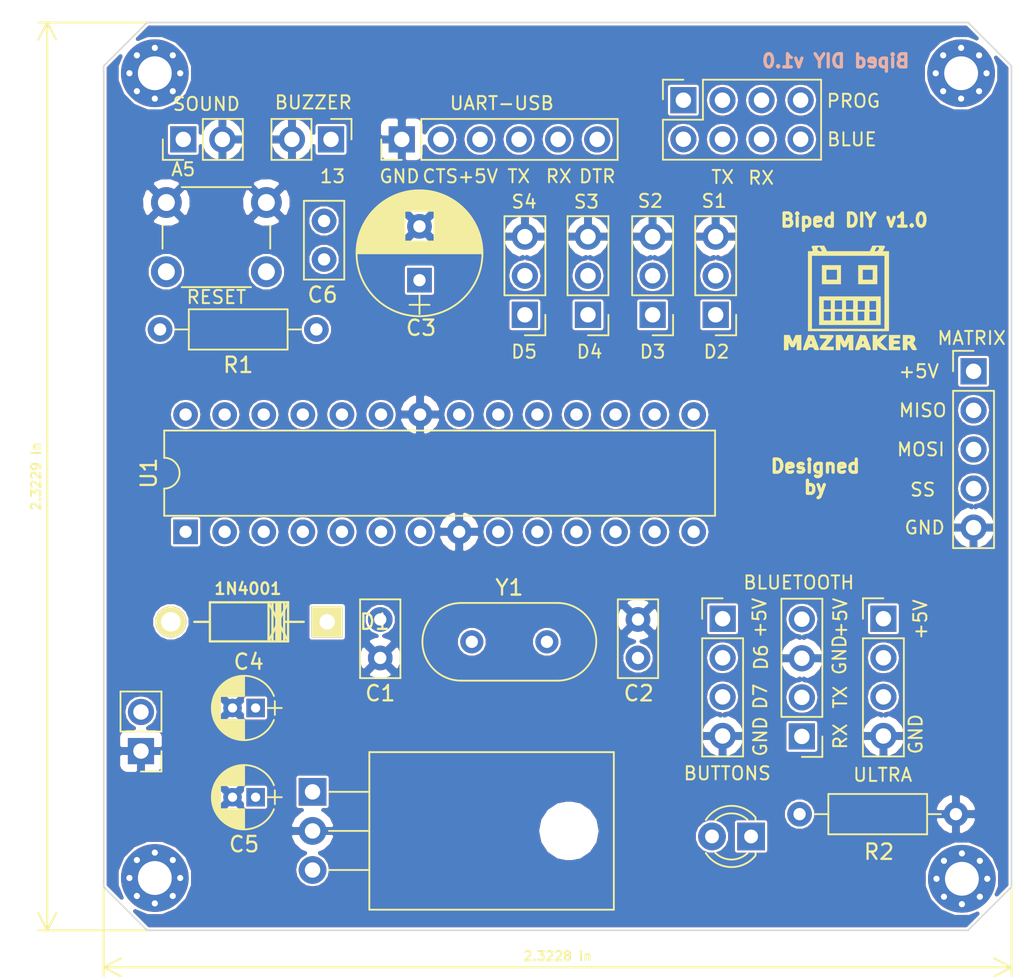
<source format=kicad_pcb>
(kicad_pcb (version 20171130) (host pcbnew 5.1.0-rc1-unknown-5072298~66~ubuntu16.04.1)
  (layers (0 F.Cu signal) (31 B.Cu signal) (34 B.Paste user) (35 F.Paste user) (36 B.SilkS user) (37 F.SilkS user) (38 B.Mask user) (39 F.Mask user) (44 Edge.Cuts user))
  (net 0 "")
  (net 1 /XTAL1)
  (net 2 GND)
  (net 3 /XTAL2)
  (net 4 /RESET)
  (net 5 /D9)
  (net 6 /D10/SS)
  (net 7 /D11/MOSI)
  (net 8 /D2)
  (net 9 /D12/MISO)
  (net 10 /D3)
  (net 11 /D13/SCK)
  (net 12 /D4)
  (net 13 +5V)
  (net 14 "Net-(U1-Pad21)")
  (net 15 /A0)
  (net 16 /A1)
  (net 17 /D5)
  (net 18 /A2)
  (net 19 /D6)
  (net 20 /A3)
  (net 21 /D7)
  (net 22 /A4)
  (net 23 /D8)
  (net 24 /A5)
  (net 25 "Net-(C4-Pad1)")
  (net 26 "Net-(D1-Pad2)")
  (net 27 "Net-(D2-Pad1)")
  (net 28 /DTR)
  (net 29 /CTS)
  (net 30 /RX-BLUE)
  (net 31 /TX-BLUE)
  (net 32 /RX-UART)
  (net 33 /TX)
  (net 34 /RX)
  (net 35 /TX-UART)
  (module OSHwi:greynaga6-2 (layer F.Cu) (at 180.975 86.995)
    (fp_text reference GBSilk*** hide)
    (fp_text value LOGO hide)
  )
  (module OSHwi:greynaga6-2-cooper (layer F.Cu) (at 180.975 86.995)
    (fp_text reference GS*** hide)
    (fp_text value v hide)
    (fp_poly (pts (xy -0.69325 -0.237887) (xy -0.678291 -0.237691) (xy -0.66664 -0.237282) (xy -0.657538 -0.236627) (xy -0.650225 -0.235693) (xy -0.64394 -0.234449) (xy -0.637923 -0.232859) (xy -0.634635 -0.231882) (xy -0.615263 -0.22408) (xy -0.600966 -0.213639) (xy -0.59135 -0.199927) (xy -0.586023 -0.18231) (xy -0.584591 -0.160153) (xy -0.584904 -0.151778) (xy -0.586199 -0.13733) (xy -0.588509 -0.12693) (xy -0.592441 -0.118285) (xy -0.594707 -0.114647) (xy -0.607869 -0.100444) (xy -0.626089 -0.089721) (xy -0.648974 -0.082707) (xy -0.650875 -0.082335) (xy -0.661479 -0.080264) (xy -0.669231 -0.078614) (xy -0.672399 -0.07776) (xy -0.671249 -0.074838) (xy -0.667473 -0.066881) (xy -0.661377 -0.054486) (xy -0.653269 -0.038249) (xy -0.643454 -0.018768) (xy -0.63224 0.00336) (xy -0.619933 0.027539) (xy -0.60684 0.053171) (xy -0.593268 0.079659) (xy -0.579523 0.106407) (xy -0.565912 0.132818) (xy -0.552742 0.158294) (xy -0.540319 0.182239) (xy -0.528951 0.204056) (xy -0.518943 0.223148) (xy -0.510604 0.238918) (xy -0.504238 0.250768) (xy -0.500153 0.258103) (xy -0.498679 0.26035) (xy -0.496798 0.25763) (xy -0.492187 0.249795) (xy -0.485113 0.237325) (xy -0.475841 0.220703) (xy -0.464639 0.200411) (xy -0.451772 0.176931) (xy -0.437506 0.150747) (xy -0.422108 0.122339) (xy -0.405844 0.092191) (xy -0.405354 0.091281) (xy -0.314371 -0.077788) (xy -0.332491 -0.08014) (xy -0.358579 -0.085731) (xy -0.379576 -0.095037) (xy -0.395432 -0.108002) (xy -0.406098 -0.124572) (xy -0.411524 -0.144689) (xy -0.41166 -0.1683) (xy -0.411596 -0.168929) (xy -0.408557 -0.186228) (xy -0.40288 -0.199769) (xy -0.393456 -0.211955) (xy -0.390298 -0.215157) (xy -0.384691 -0.220382) (xy -0.379135 -0.22467) (xy -0.372953 -0.228119) (xy -0.365468 -0.230831) (xy -0.356001 -0.232906) (xy -0.343874 -0.234444) (xy -0.328412 -0.235545) (xy -0.308935 -0.236311) (xy -0.284765 -0.23684) (xy -0.255227 -0.237234) (xy -0.240113 -0.237392) (xy -0.21045 -0.237672) (xy -0.186384 -0.237834) (xy -0.167164 -0.237846) (xy -0.152035 -0.237677) (xy -0.140247 -0.237297) (xy -0.131048 -0.236672) (xy -0.123684 -0.235774) (xy -0.117403 -0.234569) (xy -0.111454 -0.233027) (xy -0.107577 -0.23188) (xy -0.087593 -0.223579) (xy -0.072998 -0.212296) (xy -0.063402 -0.197681) (xy -0.06049 -0.189501) (xy -0.057849 -0.17361) (xy -0.057623 -0.155516) (xy -0.059639 -0.137721) (xy -0.063724 -0.12273) (xy -0.065373 -0.119063) (xy -0.075174 -0.106022) (xy -0.089612 -0.094665) (xy -0.106996 -0.086122) (xy -0.120123 -0.082401) (xy -0.138306 -0.078824) (xy -0.316803 0.260292) (xy -0.339526 0.303472) (xy -0.361409 0.345083) (xy -0.382275 0.384779) (xy -0.401941 0.422217) (xy -0.420228 0.457053) (xy -0.436955 0.488941) (xy -0.451942 0.517539) (xy -0.465008 0.542502) (xy -0.475973 0.563486) (xy -0.484657 0.580145) (xy -0.490879 0.592137) (xy -0.494458 0.599117) (xy -0.4953 0.600858) (xy -0.492386 0.601767) (xy -0.484656 0.602876) (xy -0.473634 0.603978) (xy -0.470694 0.604216) (xy -0.44538 0.607588) (xy -0.425401 0.613522) (xy -0.41017 0.622294) (xy -0.399097 0.634182) (xy -0.395922 0.639453) (xy -0.392339 0.647473) (xy -0.390203 0.656276) (xy -0.389188 0.667818) (xy -0.388961 0.681037) (xy -0.389162 0.695451) (xy -0.390064 0.70554) (xy -0.392069 0.71332) (xy -0.395582 0.720809) (xy -0.397641 0.724417) (xy -0.407008 0.737082) (xy -0.418946 0.746565) (xy -0.434978 0.753927) (xy -0.444283 0.756934) (xy -0.448437 0.757968) (xy -0.453651 0.758853) (xy -0.460409 0.759599) (xy -0.469197 0.760217) (xy -0.480499 0.760719) (xy -0.494801 0.761114) (xy -0.512589 0.761414) (xy -0.534346 0.761629) (xy -0.560558 0.76177) (xy -0.59171 0.761848) (xy -0.628288 0.761873) (xy -0.666533 0.76186) (xy -0.709158 0.76181) (xy -0.745879 0.761714) (xy -0.777139 0.761563) (xy -0.803384 0.761349) (xy -0.825059 0.761061) (xy -0.842608 0.76069) (xy -0.856477 0.760227) (xy -0.867111 0.759662) (xy -0.874954 0.758987) (xy -0.880452 0.75819) (xy -0.884049 0.757264) (xy -0.884054 0.757262) (xy -0.899387 0.750138) (xy -0.911383 0.74022) (xy -0.922125 0.725776) (xy -0.922338 0.725435) (xy -0.927404 0.716379) (xy -0.930457 0.707817) (xy -0.932106 0.697391) (xy -0.93289 0.684466) (xy -0.93316 0.670583) (xy -0.932391 0.660777) (xy -0.930214 0.652813) (xy -0.926296 0.644525) (xy -0.918956 0.633894) (xy -0.909612 0.624233) (xy -0.906219 0.621585) (xy -0.898427 0.616644) (xy -0.890239 0.612661) (xy -0.880892 0.609537) (xy -0.86962 0.607172) (xy -0.855659 0.605466) (xy -0.838244 0.604321) (xy -0.816611 0.603637) (xy -0.789994 0.603314) (xy -0.765147 0.60325) (xy -0.674378 0.60325) (xy -0.63167 0.523265) (xy -0.620721 0.502659) (xy -0.610854 0.483898) (xy -0.60244 0.467703) (xy -0.59585 0.454793) (xy -0.591454 0.445889) (xy -0.589623 0.441713) (xy -0.589598 0.441509) (xy -0.591112 0.43849) (xy -0.595331 0.430224) (xy -0.602049 0.417111) (xy -0.611062 0.399548) (xy -0.622165 0.377933) (xy -0.635153 0.352665) (xy -0.649822 0.324141) (xy -0.665967 0.29276) (xy -0.683383 0.258921) (xy -0.701865 0.223021) (xy -0.72121 0.185459) (xy -0.72352 0.180975) (xy -0.856807 -0.077788) (xy -0.870523 -0.08142) (xy -0.893313 -0.089255) (xy -0.910496 -0.099507) (xy -0.922541 -0.112756) (xy -0.929919 -0.12958) (xy -0.933101 -0.150559) (xy -0.933311 -0.15875) (xy -0.931657 -0.180707) (xy -0.926294 -0.198115) (xy -0.916623 -0.211961) (xy -0.902046 -0.223233) (xy -0.890548 -0.229239) (xy -0.886107 -0.231197) (xy -0.881683 -0.232777) (xy -0.876557 -0.234028) (xy -0.870009 -0.234997) (xy -0.86132 -0.235732) (xy -0.849769 -0.236281) (xy -0.834637 -0.236691) (xy -0.815204 -0.237011) (xy -0.79075 -0.237288) (xy -0.765583 -0.237524) (xy -0.736136 -0.23777) (xy -0.712278 -0.237903) (xy -0.69325 -0.237887)) (layer F.Cu) (width 0.01))
    (fp_poly (pts (xy 2.298534 -0.25834) (xy 2.315568 -0.258055) (xy 2.328899 -0.257446) (xy 2.33985 -0.256395) (xy 2.349745 -0.254781) (xy 2.359907 -0.252486) (xy 2.369203 -0.250056) (xy 2.403796 -0.238621) (xy 2.437402 -0.223561) (xy 2.467646 -0.205971) (xy 2.473325 -0.202075) (xy 2.493962 -0.187471) (xy 2.495806 -0.238125) (xy 2.601884 -0.238125) (xy 2.631271 -0.238021) (xy 2.657886 -0.237718) (xy 2.681039 -0.237238) (xy 2.700037 -0.236599) (xy 2.714189 -0.23582) (xy 2.722803 -0.234921) (xy 2.723681 -0.234754) (xy 2.745043 -0.227352) (xy 2.762234 -0.215493) (xy 2.774811 -0.199705) (xy 2.782334 -0.180517) (xy 2.784426 -0.161925) (xy 2.782846 -0.14114) (xy 2.777738 -0.124407) (xy 2.768598 -0.110196) (xy 2.766774 -0.108105) (xy 2.753977 -0.096772) (xy 2.738485 -0.088636) (xy 2.71925 -0.083317) (xy 2.695225 -0.08043) (xy 2.690143 -0.080131) (xy 2.657475 -0.078464) (xy 2.657472 0.198099) (xy 2.65745 0.251492) (xy 2.657375 0.298947) (xy 2.657234 0.340873) (xy 2.65701 0.377681) (xy 2.65669 0.409784) (xy 2.656259 0.437591) (xy 2.655702 0.461513) (xy 2.655004 0.481962) (xy 2.654151 0.499348) (xy 2.653128 0.514082) (xy 2.651921 0.526575) (xy 2.650514 0.537238) (xy 2.648893 0.546482) (xy 2.647044 0.554717) (xy 2.644952 0.562355) (xy 2.644403 0.564174) (xy 2.629544 0.602047) (xy 2.609301 0.636917) (xy 2.584068 0.668414) (xy 2.55424 0.69617) (xy 2.520211 0.719814) (xy 2.482375 0.738978) (xy 2.443162 0.752725) (xy 2.436709 0.754473) (xy 2.430475 0.755916) (xy 2.423785 0.757089) (xy 2.415963 0.758026) (xy 2.406333 0.758759) (xy 2.394222 0.759324) (xy 2.378953 0.759753) (xy 2.359852 0.76008) (xy 2.336242 0.760339) (xy 2.307451 0.760564) (xy 2.282825 0.760725) (xy 2.253366 0.760841) (xy 2.225627 0.760817) (xy 2.200323 0.760662) (xy 2.178173 0.760387) (xy 2.159892 0.760002) (xy 2.146198 0.759517) (xy 2.137808 0.758942) (xy 2.135931 0.758652) (xy 2.1138 0.750639) (xy 2.096359 0.738692) (xy 2.083873 0.723059) (xy 2.076606 0.703986) (xy 2.076411 0.703074) (xy 2.074017 0.680178) (xy 2.07635 0.65889) (xy 2.083143 0.640308) (xy 2.094134 0.625533) (xy 2.095312 0.624434) (xy 2.101581 0.619288) (xy 2.108372 0.615037) (xy 2.116334 0.611596) (xy 2.126111 0.608884) (xy 2.138351 0.606816) (xy 2.153698 0.60531) (xy 2.1728 0.604281) (xy 2.196303 0.603646) (xy 2.224852 0.603322) (xy 2.259094 0.603226) (xy 2.259639 0.603226) (xy 2.293581 0.60314) (xy 2.321897 0.602854) (xy 2.345308 0.602301) (xy 2.364535 0.601413) (xy 2.3803 0.600124) (xy 2.393324 0.598367) (xy 2.404331 0.596074) (xy 2.41404 0.593178) (xy 2.423174 0.589611) (xy 2.427679 0.587589) (xy 2.450436 0.574346) (xy 2.468276 0.557734) (xy 2.482129 0.53686) (xy 2.483613 0.533936) (xy 2.493962 0.51293) (xy 2.496062 0.39629) (xy 2.476351 0.409675) (xy 2.45242 0.424131) (xy 2.424696 0.437949) (xy 2.395717 0.449972) (xy 2.368438 0.458924) (xy 2.336962 0.46546) (xy 2.301649 0.469053) (xy 2.264274 0.469732) (xy 2.226612 0.467527) (xy 2.190438 0.462466) (xy 2.160587 0.455485) (xy 2.11806 0.440021) (xy 2.077996 0.419181) (xy 2.040916 0.393493) (xy 2.00734 0.363488) (xy 1.977786 0.329695) (xy 1.952775 0.292643) (xy 1.932827 0.252861) (xy 1.91846 0.21088) (xy 1.917725 0.20806) (xy 1.90826 0.159106) (xy 1.904761 0.110127) (xy 1.905027 0.104775) (xy 2.065954 0.104775) (xy 2.068858 0.140612) (xy 2.077508 0.173789) (xy 2.091978 0.204503) (xy 2.112346 0.232953) (xy 2.116739 0.237954) (xy 2.14423 0.263816) (xy 2.174718 0.284214) (xy 2.207705 0.298986) (xy 2.242695 0.307971) (xy 2.279192 0.311008) (xy 2.3167 0.307936) (xy 2.326615 0.306105) (xy 2.36061 0.296076) (xy 2.392188 0.280813) (xy 2.420722 0.260909) (xy 2.445585 0.236957) (xy 2.46615 0.209549) (xy 2.48179 0.179279) (xy 2.491015 0.150607) (xy 2.494695 0.125339) (xy 2.494994 0.097443) (xy 2.492054 0.069575) (xy 2.486018 0.044388) (xy 2.485168 0.041888) (xy 2.470719 0.010068) (xy 2.451201 -0.018668) (xy 2.42733 -0.043864) (xy 2.399818 -0.065063) (xy 2.369378 -0.081808) (xy 2.336726 -0.093642) (xy 2.302573 -0.100108) (xy 2.267634 -0.10075) (xy 2.262968 -0.100372) (xy 2.242854 -0.097969) (xy 2.225709 -0.094464) (xy 2.2091 -0.089167) (xy 2.190595 -0.081384) (xy 2.181909 -0.077321) (xy 2.166722 -0.069591) (xy 2.154358 -0.061898) (xy 2.14269 -0.052708) (xy 2.129592 -0.040489) (xy 2.126248 -0.037183) (xy 2.10297 -0.010829) (xy 2.085675 0.016252) (xy 2.073996 0.044923) (xy 2.067566 0.076046) (xy 2.065954 0.104775) (xy 1.905027 0.104775) (xy 1.907175 0.061724) (xy 1.915448 0.014499) (xy 1.929527 -0.030949) (xy 1.941517 -0.058738) (xy 1.954606 -0.083855) (xy 1.968412 -0.105838) (xy 1.984209 -0.12639) (xy 2.003274 -0.147216) (xy 2.019984 -0.163567) (xy 2.055129 -0.193004) (xy 2.092676 -0.216936) (xy 2.133342 -0.235743) (xy 2.177844 -0.249808) (xy 2.185798 -0.251744) (xy 2.197382 -0.254219) (xy 2.208675 -0.256017) (xy 2.221017 -0.257238) (xy 2.235749 -0.257979) (xy 2.254212 -0.25834) (xy 2.276475 -0.258421) (xy 2.298534 -0.25834)) (layer F.Cu) (width 0.01))
    (fp_poly (pts (xy -1.408884 -0.257616) (xy -1.361811 -0.251717) (xy -1.316582 -0.241517) (xy -1.274176 -0.227096) (xy -1.235576 -0.208538) (xy -1.231663 -0.206282) (xy -1.193234 -0.180751) (xy -1.158048 -0.151405) (xy -1.126801 -0.119003) (xy -1.100187 -0.084301) (xy -1.078901 -0.048055) (xy -1.071275 -0.031514) (xy -1.059737 -0.0002) (xy -1.051198 0.032397) (xy -1.045448 0.067499) (xy -1.042278 0.106327) (xy -1.041456 0.142081) (xy -1.0414 0.180975) (xy -1.360828 0.180975) (xy -1.412944 0.180979) (xy -1.459072 0.180996) (xy -1.499572 0.181032) (xy -1.534805 0.181093) (xy -1.565133 0.181186) (xy -1.590917 0.181317) (xy -1.612518 0.181492) (xy -1.630298 0.181718) (xy -1.644616 0.182001) (xy -1.655836 0.182347) (xy -1.664317 0.182763) (xy -1.670421 0.183255) (xy -1.674509 0.183829) (xy -1.676942 0.184491) (xy -1.678082 0.185249) (xy -1.678289 0.186107) (xy -1.678174 0.186531) (xy -1.671496 0.200203) (xy -1.661311 0.216052) (xy -1.648966 0.232159) (xy -1.636229 0.246189) (xy -1.610802 0.267167) (xy -1.580554 0.284372) (xy -1.545825 0.297727) (xy -1.506959 0.307153) (xy -1.464296 0.312574) (xy -1.418179 0.313913) (xy -1.36895 0.311091) (xy -1.355706 0.309669) (xy -1.334965 0.30702) (xy -1.314825 0.303943) (xy -1.294033 0.300189) (xy -1.271337 0.295512) (xy -1.245483 0.289662) (xy -1.215219 0.28239) (xy -1.203325 0.279456) (xy -1.1737 0.272452) (xy -1.149278 0.26756) (xy -1.129268 0.264795) (xy -1.112882 0.264171) (xy -1.099328 0.265705) (xy -1.087817 0.269409) (xy -1.077558 0.2753) (xy -1.069331 0.281947) (xy -1.055379 0.297442) (xy -1.046986 0.314322) (xy -1.043442 0.334167) (xy -1.043226 0.340242) (xy -1.043464 0.352597) (xy -1.044994 0.361271) (xy -1.048528 0.368904) (xy -1.052647 0.375143) (xy -1.063306 0.387692) (xy -1.077153 0.399173) (xy -1.094791 0.409897) (xy -1.116823 0.420176) (xy -1.143853 0.43032) (xy -1.176484 0.44064) (xy -1.183825 0.442778) (xy -1.223396 0.452649) (xy -1.267301 0.460885) (xy -1.313665 0.467163) (xy -1.340817 0.469769) (xy -1.356393 0.47074) (xy -1.375934 0.471511) (xy -1.398094 0.472072) (xy -1.421527 0.472415) (xy -1.444888 0.472531) (xy -1.466831 0.47241) (xy -1.486011 0.472045) (xy -1.50108 0.471425) (xy -1.508125 0.470873) (xy -1.516117 0.469732) (xy -1.528291 0.46766) (xy -1.542611 0.465013) (xy -1.550106 0.463552) (xy -1.599358 0.451004) (xy -1.644675 0.433627) (xy -1.686502 0.411187) (xy -1.725285 0.38345) (xy -1.756018 0.355708) (xy -1.786311 0.321967) (xy -1.810718 0.286688) (xy -1.829543 0.249217) (xy -1.843087 0.208903) (xy -1.851654 0.165092) (xy -1.853931 0.144462) (xy -1.855328 0.095106) (xy -1.850816 0.047855) (xy -1.848571 0.0381) (xy -1.676119 0.0381) (xy -1.221687 0.0381) (xy -1.223806 0.029368) (xy -1.228653 0.01689) (xy -1.237265 0.001973) (xy -1.24855 -0.013736) (xy -1.261411 -0.028588) (xy -1.264208 -0.031443) (xy -1.282702 -0.047225) (xy -1.305178 -0.062278) (xy -1.329307 -0.075174) (xy -1.348035 -0.082905) (xy -1.383927 -0.092574) (xy -1.422591 -0.097717) (xy -1.462392 -0.098351) (xy -1.501697 -0.094495) (xy -1.538871 -0.086165) (xy -1.555138 -0.080711) (xy -1.584353 -0.067265) (xy -1.611047 -0.050178) (xy -1.634358 -0.030234) (xy -1.653424 -0.00822) (xy -1.667383 0.015079) (xy -1.671691 0.02555) (xy -1.676119 0.0381) (xy -1.848571 0.0381) (xy -1.840468 0.002893) (xy -1.824358 -0.039595) (xy -1.802559 -0.079424) (xy -1.775146 -0.116407) (xy -1.742191 -0.150361) (xy -1.733694 -0.157843) (xy -1.700335 -0.184115) (xy -1.6671 -0.205417) (xy -1.632131 -0.222813) (xy -1.595982 -0.236565) (xy -1.551349 -0.248687) (xy -1.504633 -0.256182) (xy -1.456818 -0.259131) (xy -1.408884 -0.257616)) (layer F.Cu) (width 0.01))
    (fp_poly (pts (xy 1.428856 -0.256821) (xy 1.476526 -0.249673) (xy 1.520116 -0.238011) (xy 1.559457 -0.221869) (xy 1.589647 -0.204507) (xy 1.617347 -0.183124) (xy 1.639714 -0.159154) (xy 1.657527 -0.131732) (xy 1.660782 -0.125413) (xy 1.665257 -0.116146) (xy 1.669079 -0.107452) (xy 1.672301 -0.09876) (xy 1.674973 -0.089501) (xy 1.677148 -0.079104) (xy 1.678875 -0.066997) (xy 1.680206 -0.05261) (xy 1.681193 -0.035373) (xy 1.681886 -0.014716) (xy 1.682337 0.009933) (xy 1.682597 0.039145) (xy 1.682717 0.073488) (xy 1.682749 0.113535) (xy 1.68275 0.119341) (xy 1.68275 0.288925) (xy 1.702804 0.288925) (xy 1.733296 0.290827) (xy 1.75879 0.29652) (xy 1.779249 0.305983) (xy 1.794638 0.319196) (xy 1.804924 0.336136) (xy 1.80951 0.352706) (xy 1.810795 0.376668) (xy 1.806711 0.397901) (xy 1.797525 0.415939) (xy 1.783502 0.430314) (xy 1.764908 0.440559) (xy 1.758223 0.442834) (xy 1.752573 0.444186) (xy 1.745234 0.445274) (xy 1.73553 0.446122) (xy 1.722785 0.446756) (xy 1.706324 0.447203) (xy 1.685472 0.447488) (xy 1.659553 0.447636) (xy 1.631373 0.447675) (xy 1.520825 0.447675) (xy 1.520825 0.4318) (xy 1.52052 0.422741) (xy 1.519741 0.416993) (xy 1.519131 0.415925) (xy 1.515573 0.417244) (xy 1.50827 0.420628) (xy 1.502463 0.423502) (xy 1.478277 0.434233) (xy 1.4495 0.444525) (xy 1.417888 0.453867) (xy 1.3852 0.461746) (xy 1.353192 0.467651) (xy 1.34849 0.468345) (xy 1.33283 0.470022) (xy 1.313249 0.471293) (xy 1.291257 0.472141) (xy 1.268364 0.472552) (xy 1.24608 0.472509) (xy 1.225914 0.471998) (xy 1.209379 0.471002) (xy 1.199894 0.469866) (xy 1.157188 0.459891) (xy 1.117465 0.445055) (xy 1.081304 0.42565) (xy 1.049282 0.40197) (xy 1.031207 0.384683) (xy 1.011064 0.360917) (xy 0.996427 0.337626) (xy 0.986733 0.313412) (xy 0.981421 0.286878) (xy 0.979924 0.257175) (xy 0.980016 0.252945) (xy 1.14935 0.252945) (xy 1.152401 0.268023) (xy 1.161357 0.281504) (xy 1.175915 0.293142) (xy 1.195775 0.302695) (xy 1.2192 0.309599) (xy 1.234037 0.311765) (xy 1.253394 0.31286) (xy 1.27554 0.312925) (xy 1.298742 0.312004) (xy 1.32127 0.310139) (xy 1.341391 0.307373) (xy 1.3462 0.306475) (xy 1.39137 0.294747) (xy 1.438463 0.277309) (xy 1.477962 0.258978) (xy 1.522412 0.236537) (xy 1.523303 0.197643) (xy 1.523455 0.182774) (xy 1.523219 0.170526) (xy 1.522646 0.162114) (xy 1.521784 0.158752) (xy 1.521716 0.158737) (xy 1.517664 0.158262) (xy 1.508898 0.157) (xy 1.496973 0.15518) (xy 1.490662 0.154187) (xy 1.44561 0.148105) (xy 1.402614 0.144411) (xy 1.362432 0.143107) (xy 1.325823 0.144194) (xy 1.293547 0.147673) (xy 1.266361 0.153545) (xy 1.265355 0.15384) (xy 1.235143 0.164537) (xy 1.208748 0.177388) (xy 1.186624 0.192004) (xy 1.169224 0.207999) (xy 1.157002 0.224985) (xy 1.150412 0.242573) (xy 1.14935 0.252945) (xy 0.980016 0.252945) (xy 0.980298 0.240122) (xy 0.98148 0.226853) (xy 0.983876 0.214814) (xy 0.987894 0.201452) (xy 0.98959 0.196476) (xy 1.003199 0.165337) (xy 1.021896 0.136246) (xy 1.046221 0.108408) (xy 1.055562 0.099372) (xy 1.09097 0.070295) (xy 1.129688 0.04606) (xy 1.172072 0.026507) (xy 1.218477 0.011476) (xy 1.269258 0.000806) (xy 1.276731 -0.000348) (xy 1.298598 -0.002623) (xy 1.32528 -0.003866) (xy 1.355334 -0.004131) (xy 1.387319 -0.00347) (xy 1.419792 -0.001939) (xy 1.451312 0.000411) (xy 1.480437 0.003524) (xy 1.505724 0.007348) (xy 1.511041 0.008362) (xy 1.521491 0.010452) (xy 1.520364 -0.018297) (xy 1.519646 -0.032363) (xy 1.518497 -0.041899) (xy 1.516434 -0.048724) (xy 1.51297 -0.054657) (xy 1.509463 -0.059242) (xy 1.495116 -0.072907) (xy 1.476243 -0.083559) (xy 1.452554 -0.091285) (xy 1.423758 -0.096173) (xy 1.389564 -0.098308) (xy 1.378313 -0.098426) (xy 1.359754 -0.09825) (xy 1.342881 -0.097623) (xy 1.326499 -0.096392) (xy 1.309415 -0.094403) (xy 1.290437 -0.091503) (xy 1.26837 -0.087541) (xy 1.242022 -0.082364) (xy 1.223962 -0.078672) (xy 1.18993 -0.072129) (xy 1.161473 -0.067733) (xy 1.138197 -0.065458) (xy 1.11971 -0.06528) (xy 1.10562 -0.067174) (xy 1.096505 -0.070556) (xy 1.078567 -0.083787) (xy 1.065414 -0.101054) (xy 1.057321 -0.12192) (xy 1.054997 -0.136128) (xy 1.055197 -0.157779) (xy 1.060241 -0.175872) (xy 1.070408 -0.191261) (xy 1.074296 -0.195283) (xy 1.080508 -0.200754) (xy 1.087219 -0.205266) (xy 1.095721 -0.209416) (xy 1.107304 -0.213803) (xy 1.123262 -0.219025) (xy 1.130341 -0.22123) (xy 1.167335 -0.232086) (xy 1.200908 -0.240569) (xy 1.233239 -0.247091) (xy 1.266504 -0.252063) (xy 1.302881 -0.255897) (xy 1.321948 -0.257444) (xy 1.377274 -0.259422) (xy 1.428856 -0.256821)) (layer F.Cu) (width 0.01))
    (fp_poly (pts (xy 3.294858 -0.257621) (xy 3.341954 -0.252197) (xy 3.38518 -0.242867) (xy 3.402012 -0.237772) (xy 3.436003 -0.223973) (xy 3.467184 -0.206312) (xy 3.494769 -0.185419) (xy 3.517974 -0.161921) (xy 3.536013 -0.136446) (xy 3.541395 -0.126285) (xy 3.545654 -0.117278) (xy 3.54929 -0.108953) (xy 3.552352 -0.100739) (xy 3.55489 -0.092067) (xy 3.556952 -0.082365) (xy 3.558589 -0.071063) (xy 3.55985 -0.057591) (xy 3.560784 -0.041378) (xy 3.561441 -0.021853) (xy 3.56187 0.001554) (xy 3.562122 0.029413) (xy 3.562245 0.062295) (xy 3.562289 0.100771) (xy 3.562294 0.114615) (xy 3.56235 0.287968) (xy 3.594893 0.28985) (xy 3.621936 0.292687) (xy 3.643675 0.297948) (xy 3.660798 0.305953) (xy 3.673993 0.317022) (xy 3.683789 0.331177) (xy 3.687692 0.340056) (xy 3.689888 0.349785) (xy 3.690779 0.362577) (xy 3.690861 0.370205) (xy 3.690601 0.383815) (xy 3.68948 0.393359) (xy 3.68697 0.401109) (xy 3.68254 0.409343) (xy 3.681263 0.411432) (xy 3.672979 0.422518) (xy 3.662714 0.430963) (xy 3.652965 0.436513) (xy 3.634254 0.446087) (xy 3.517339 0.447027) (xy 3.400425 0.447967) (xy 3.400425 0.416005) (xy 3.382168 0.424348) (xy 3.355535 0.43536) (xy 3.325186 0.445986) (xy 3.293738 0.455377) (xy 3.2639 0.462666) (xy 3.243479 0.466117) (xy 3.219027 0.468859) (xy 3.192034 0.470848) (xy 3.163992 0.472042) (xy 3.136394 0.472396) (xy 3.110731 0.471866) (xy 3.088496 0.470409) (xy 3.072574 0.468256) (xy 3.032734 0.458251) (xy 2.995754 0.444045) (xy 2.962133 0.426029) (xy 2.932371 0.404591) (xy 2.906968 0.380122) (xy 2.886423 0.353011) (xy 2.871235 0.323647) (xy 2.865345 0.306672) (xy 2.861971 0.288572) (xy 2.860719 0.266682) (xy 2.861109 0.254683) (xy 3.029019 0.254683) (xy 3.031999 0.267425) (xy 3.04061 0.279693) (xy 3.054137 0.290927) (xy 3.071861 0.300573) (xy 3.093065 0.308072) (xy 3.100075 0.309838) (xy 3.116978 0.312315) (xy 3.138383 0.313322) (xy 3.162636 0.312936) (xy 3.188079 0.311231) (xy 3.213056 0.308282) (xy 3.23591 0.304163) (xy 3.2385 0.303578) (xy 3.272125 0.294668) (xy 3.304021 0.283706) (xy 3.336441 0.269843) (xy 3.363912 0.256278) (xy 3.402012 0.236535) (xy 3.402901 0.197985) (xy 3.403789 0.159434) (xy 3.383769 0.155948) (xy 3.345818 0.15026) (xy 3.307644 0.146262) (xy 3.270307 0.143974) (xy 3.234865 0.143412) (xy 3.202375 0.144595) (xy 3.173896 0.147539) (xy 3.151187 0.152073) (xy 3.121762 0.161732) (xy 3.095407 0.173897) (xy 3.072674 0.188104) (xy 3.054117 0.203888) (xy 3.040288 0.220785) (xy 3.031742 0.238329) (xy 3.029019 0.254683) (xy 2.861109 0.254683) (xy 2.861484 0.24316) (xy 2.864159 0.220161) (xy 2.868639 0.199843) (xy 2.870928 0.192908) (xy 2.881721 0.168052) (xy 2.894927 0.145837) (xy 2.911823 0.124316) (xy 2.925762 0.109402) (xy 2.9586 0.079726) (xy 2.994063 0.05486) (xy 3.032769 0.034495) (xy 3.075341 0.018322) (xy 3.122396 0.006032) (xy 3.14001 0.002596) (xy 3.165339 -0.00081) (xy 3.195398 -0.002976) (xy 3.228698 -0.003935) (xy 3.263746 -0.00372) (xy 3.299053 -0.002366) (xy 3.333129 0.000095) (xy 3.364481 0.003629) (xy 3.391621 0.008203) (xy 3.391693 0.008218) (xy 3.400425 0.010029) (xy 3.400425 -0.015781) (xy 3.399749 -0.033039) (xy 3.397256 -0.045871) (xy 3.392244 -0.056103) (xy 3.384011 -0.065562) (xy 3.379831 -0.069386) (xy 3.36453 -0.080022) (xy 3.345487 -0.088111) (xy 3.322145 -0.093782) (xy 3.293949 -0.097168) (xy 3.260344 -0.098397) (xy 3.256476 -0.098407) (xy 3.236862 -0.098117) (xy 3.218066 -0.097164) (xy 3.1989 -0.095392) (xy 3.178171 -0.092648) (xy 3.15469 -0.088776) (xy 3.127266 -0.083623) (xy 3.099768 -0.078079) (xy 3.069938 -0.072148) (xy 3.045451 -0.067873) (xy 3.025514 -0.065281) (xy 3.009331 -0.064399) (xy 2.996109 -0.065257) (xy 2.985052 -0.06788) (xy 2.975368 -0.072297) (xy 2.966261 -0.078536) (xy 2.961021 -0.08292) (xy 2.94773 -0.098515) (xy 2.938933 -0.117116) (xy 2.934788 -0.137338) (xy 2.935455 -0.157799) (xy 2.941092 -0.177114) (xy 2.948734 -0.19009) (xy 2.955435 -0.197112) (xy 2.964864 -0.203612) (xy 2.977817 -0.20996) (xy 2.995093 -0.216521) (xy 3.017487 -0.223665) (xy 3.02869 -0.22695) (xy 3.083408 -0.240714) (xy 3.138166 -0.250686) (xy 3.192182 -0.256843) (xy 3.244673 -0.259162) (xy 3.294858 -0.257621)) (layer F.Cu) (width 0.01))
    (fp_poly (pts (xy -2.975093 -0.487295) (xy -2.958806 -0.481562) (xy -2.949319 -0.475332) (xy -2.941943 -0.467039) (xy -2.935288 -0.455604) (xy -2.925763 -0.437033) (xy -2.924772 -0.33272) (xy -2.924535 -0.302881) (xy -2.924464 -0.278668) (xy -2.924582 -0.259358) (xy -2.924912 -0.24423) (xy -2.925478 -0.23256) (xy -2.926303 -0.223626) (xy -2.92741 -0.216705) (xy -2.928657 -0.211636) (xy -2.936615 -0.191227) (xy -2.947388 -0.176183) (xy -2.961588 -0.166054) (xy -2.97983 -0.160395) (xy -3.00115 -0.15875) (xy -3.015042 -0.159329) (xy -3.027563 -0.160863) (xy -3.036265 -0.163049) (xy -3.036434 -0.163119) (xy -3.047557 -0.169857) (xy -3.057357 -0.180526) (xy -3.066178 -0.195727) (xy -3.074367 -0.216059) (xy -3.082271 -0.242122) (xy -3.082516 -0.243032) (xy -3.090338 -0.260301) (xy -3.10375 -0.276127) (xy -3.122115 -0.29031) (xy -3.144795 -0.302648) (xy -3.171152 -0.312939) (xy -3.20055 -0.320983) (xy -3.232351 -0.326578) (xy -3.265917 -0.329523) (xy -3.30061 -0.329616) (xy -3.335795 -0.326657) (xy -3.343834 -0.325532) (xy -3.385635 -0.316345) (xy -3.424127 -0.30205) (xy -3.458992 -0.282944) (xy -3.489912 -0.259323) (xy -3.516568 -0.231483) (xy -3.538642 -0.199723) (xy -3.555816 -0.164337) (xy -3.567772 -0.125624) (xy -3.570044 -0.114744) (xy -3.571827 -0.10144) (xy -3.573253 -0.083102) (xy -3.57432 -0.060872) (xy -3.575029 -0.035891) (xy -3.57538 -0.0093) (xy -3.575372 0.017759) (xy -3.575007 0.044145) (xy -3.574284 0.068716) (xy -3.573203 0.090331) (xy -3.571763 0.107849) (xy -3.570036 0.119792) (xy -3.559542 0.157609) (xy -3.544526 0.191143) (xy -3.524917 0.220455) (xy -3.500642 0.245602) (xy -3.47163 0.266643) (xy -3.437807 0.283638) (xy -3.399103 0.296646) (xy -3.355445 0.305725) (xy -3.340184 0.307839) (xy -3.296209 0.311049) (xy -3.250528 0.310329) (xy -3.20481 0.305863) (xy -3.160728 0.297839) (xy -3.119951 0.286441) (xy -3.107532 0.281981) (xy -3.082925 0.272588) (xy -3.082925 0.168902) (xy -3.177382 0.167493) (xy -3.207581 0.166968) (xy -3.23221 0.166312) (xy -3.252047 0.165416) (xy -3.267871 0.164173) (xy -3.280462 0.162474) (xy -3.290598 0.16021) (xy -3.299059 0.157273) (xy -3.306624 0.153554) (xy -3.314072 0.148946) (xy -3.314981 0.148337) (xy -3.327733 0.136063) (xy -3.336758 0.1195) (xy -3.341742 0.099714) (xy -3.342371 0.077769) (xy -3.340243 0.062601) (xy -3.334333 0.045383) (xy -3.324127 0.031763) (xy -3.308908 0.020956) (xy -3.297238 0.015561) (xy -3.278188 0.007937) (xy -3.103563 0.007937) (xy -3.065399 0.007952) (xy -3.033039 0.008006) (xy -3.005937 0.008116) (xy -2.983548 0.008298) (xy -2.965326 0.008567) (xy -2.950726 0.00894) (xy -2.939201 0.009432) (xy -2.930206 0.01006) (xy -2.923195 0.01084) (xy -2.917622 0.011787) (xy -2.912943 0.012917) (xy -2.910696 0.013578) (xy -2.890083 0.022765) (xy -2.874327 0.035933) (xy -2.863638 0.052803) (xy -2.858229 0.073095) (xy -2.85757 0.083769) (xy -2.859763 0.107377) (xy -2.866709 0.126916) (xy -2.878668 0.142806) (xy -2.895902 0.155468) (xy -2.904925 0.159991) (xy -2.924175 0.168631) (xy -2.924175 0.375067) (xy -2.969419 0.396749) (xy -3.009386 0.415152) (xy -3.045798 0.430222) (xy -3.080147 0.442481) (xy -3.113923 0.452453) (xy -3.148617 0.460659) (xy -3.15595 0.462166) (xy -3.16877 0.464021) (xy -3.186689 0.465616) (xy -3.20846 0.466925) (xy -3.232837 0.467923) (xy -3.258574 0.468583) (xy -3.284424 0.468881) (xy -3.30914 0.468791) (xy -3.331476 0.468287) (xy -3.350186 0.467343) (xy -3.360738 0.466374) (xy -3.400872 0.459972) (xy -3.441506 0.450536) (xy -3.480867 0.438591) (xy -3.517182 0.424665) (xy -3.5433 0.412211) (xy -3.581697 0.388292) (xy -3.616534 0.359389) (xy -3.647516 0.325966) (xy -3.674347 0.288485) (xy -3.696729 0.24741) (xy -3.714366 0.203205) (xy -3.726961 0.156333) (xy -3.733458 0.114969) (xy -3.734743 0.098693) (xy -3.735726 0.07743) (xy -3.736407 0.052535) (xy -3.736784 0.025364) (xy -3.736855 -0.002728) (xy -3.736619 -0.030384) (xy -3.736076 -0.05625) (xy -3.735224 -0.07897) (xy -3.734061 -0.097188) (xy -3.733661 -0.101478) (xy -3.726428 -0.147428) (xy -3.714482 -0.192508) (xy -3.698377 -0.234713) (xy -3.694442 -0.243181) (xy -3.679115 -0.2729) (xy -3.663221 -0.298868) (xy -3.645405 -0.322983) (xy -3.624309 -0.347143) (xy -3.608401 -0.363565) (xy -3.572999 -0.395891) (xy -3.536593 -0.422723) (xy -3.498131 -0.444629) (xy -3.456562 -0.462179) (xy -3.410835 -0.475941) (xy -3.393086 -0.480092) (xy -3.381359 -0.482485) (xy -3.3703 -0.484278) (xy -3.35869 -0.485554) (xy -3.34531 -0.486397) (xy -3.32894 -0.486888) (xy -3.308361 -0.487112) (xy -3.2893 -0.487154) (xy -3.262238 -0.487018) (xy -3.240367 -0.486563) (xy -3.222533 -0.485724) (xy -3.207583 -0.484438) (xy -3.194363 -0.482641) (xy -3.187912 -0.481506) (xy -3.161803 -0.475687) (xy -3.133885 -0.467947) (xy -3.106775 -0.459083) (xy -3.08309 -0.44989) (xy -3.080845 -0.44891) (xy -3.069119 -0.444359) (xy -3.062617 -0.443384) (xy -3.061261 -0.444407) (xy -3.056855 -0.452384) (xy -3.049086 -0.462197) (xy -3.039707 -0.471925) (xy -3.030471 -0.479645) (xy -3.027215 -0.481736) (xy -3.011716 -0.487398) (xy -2.993541 -0.489249) (xy -2.975093 -0.487295)) (layer F.Cu) (width 0.01))
    (fp_poly (pts (xy -2.416406 -0.466363) (xy -2.390736 -0.466096) (xy -2.368815 -0.465653) (xy -2.350125 -0.46501) (xy -2.334145 -0.464142) (xy -2.320355 -0.463026) (xy -2.308236 -0.461638) (xy -2.297267 -0.459953) (xy -2.286928 -0.457947) (xy -2.2767 -0.455597) (xy -2.266063 -0.452878) (xy -2.262939 -0.452046) (xy -2.223392 -0.438724) (xy -2.186136 -0.420778) (xy -2.151861 -0.398756) (xy -2.121257 -0.373204) (xy -2.095013 -0.344671) (xy -2.07382 -0.313703) (xy -2.063789 -0.294124) (xy -2.05192 -0.260839) (xy -2.044633 -0.224872) (xy -2.042201 -0.18821) (xy -2.044547 -0.155179) (xy -2.052587 -0.119599) (xy -2.066138 -0.0863) (xy -2.085434 -0.054853) (xy -2.110708 -0.024825) (xy -2.120886 -0.01469) (xy -2.131565 -0.005111) (xy -2.144432 0.005474) (xy -2.158425 0.016303) (xy -2.172484 0.026612) (xy -2.18555 0.035637) (xy -2.196561 0.042616) (xy -2.204457 0.046784) (xy -2.207435 0.047625) (xy -2.206582 0.049686) (xy -2.201892 0.055319) (xy -2.194107 0.063696) (xy -2.18397 0.073988) (xy -2.182481 0.075459) (xy -2.138558 0.121791) (xy -2.09578 0.17287) (xy -2.055443 0.227092) (xy -2.033575 0.259506) (xy -2.014538 0.288825) (xy -1.995488 0.28893) (xy -1.974732 0.290296) (xy -1.954239 0.293867) (xy -1.935893 0.29919) (xy -1.921579 0.30581) (xy -1.919288 0.307304) (xy -1.905183 0.320228) (xy -1.896029 0.336123) (xy -1.891478 0.355741) (xy -1.890809 0.3683) (xy -1.892902 0.391429) (xy -1.899557 0.410249) (xy -1.911035 0.425117) (xy -1.927594 0.436392) (xy -1.944884 0.44313) (xy -1.951817 0.444675) (xy -1.961551 0.44586) (xy -1.974809 0.446717) (xy -1.99231 0.447283) (xy -2.014778 0.44759) (xy -2.040264 0.447675) (xy -2.120543 0.447675) (xy -2.13837 0.415911) (xy -2.156902 0.38447) (xy -2.177684 0.351981) (xy -2.200202 0.31907) (xy -2.22394 0.286366) (xy -2.248385 0.254494) (xy -2.273022 0.224081) (xy -2.297336 0.195753) (xy -2.320813 0.170139) (xy -2.342938 0.147863) (xy -2.363198 0.129553) (xy -2.381077 0.115835) (xy -2.388634 0.111081) (xy -2.405063 0.101659) (xy -2.480469 0.101629) (xy -2.555875 0.1016) (xy -2.555875 0.288925) (xy -2.520157 0.28898) (xy -2.488974 0.290151) (xy -2.463233 0.293688) (xy -2.442408 0.299781) (xy -2.425976 0.308623) (xy -2.413412 0.320403) (xy -2.406725 0.33034) (xy -2.402302 0.339676) (xy -2.399881 0.349213) (xy -2.398944 0.361457) (xy -2.398867 0.3683) (xy -2.400994 0.391286) (xy -2.407465 0.409852) (xy -2.418428 0.424344) (xy -2.425503 0.430075) (xy -2.431209 0.433917) (xy -2.436702 0.437155) (xy -2.442557 0.43984) (xy -2.44935 0.442024) (xy -2.457657 0.443757) (xy -2.468054 0.445091) (xy -2.481116 0.446077) (xy -2.497419 0.446767) (xy -2.517539 0.44721) (xy -2.542052 0.44746) (xy -2.571532 0.447566) (xy -2.606556 0.44758) (xy -2.622261 0.447571) (xy -2.657911 0.447531) (xy -2.687794 0.44745) (xy -2.712496 0.447308) (xy -2.7326 0.447085) (xy -2.74869 0.44676) (xy -2.761351 0.446314) (xy -2.771167 0.445725) (xy -2.778722 0.444975) (xy -2.784599 0.444043) (xy -2.789384 0.442909) (xy -2.793316 0.441672) (xy -2.812884 0.431968) (xy -2.827694 0.418198) (xy -2.83757 0.400693) (xy -2.842335 0.379783) (xy -2.841814 0.355799) (xy -2.841239 0.351772) (xy -2.835234 0.332381) (xy -2.823995 0.316427) (xy -2.807689 0.304011) (xy -2.786485 0.295233) (xy -2.760552 0.290195) (xy -2.736267 0.288925) (xy -2.7178 0.288925) (xy -2.7178 -0.05715) (xy -2.555875 -0.05715) (xy -2.505869 -0.057178) (xy -2.483935 -0.057417) (xy -2.459739 -0.058048) (xy -2.436017 -0.058981) (xy -2.415504 -0.060123) (xy -2.412907 -0.060304) (xy -2.379126 -0.063717) (xy -2.349865 -0.068941) (xy -2.323456 -0.076375) (xy -2.298227 -0.086415) (xy -2.292979 -0.088866) (xy -2.27115 -0.101276) (xy -2.251296 -0.116324) (xy -2.234723 -0.132839) (xy -2.222736 -0.149647) (xy -2.220499 -0.153988) (xy -2.215039 -0.171124) (xy -2.212889 -0.190639) (xy -2.214103 -0.21) (xy -2.218733 -0.226673) (xy -2.218978 -0.227221) (xy -2.231258 -0.246959) (xy -2.249071 -0.264952) (xy -2.271714 -0.280653) (xy -2.298487 -0.293517) (xy -2.309564 -0.297538) (xy -2.316509 -0.299813) (xy -2.322776 -0.301651) (xy -2.329131 -0.303107) (xy -2.336343 -0.304236) (xy -2.34518 -0.305094) (xy -2.356409 -0.305734) (xy -2.370797 -0.306213) (xy -2.389114 -0.306584) (xy -2.412126 -0.306904) (xy -2.440601 -0.307226) (xy -2.445544 -0.30728) (xy -2.555875 -0.308478) (xy -2.555875 -0.05715) (xy -2.7178 -0.05715) (xy -2.7178 -0.307052) (xy -2.748757 -0.308854) (xy -2.776947 -0.312098) (xy -2.799708 -0.318375) (xy -2.817308 -0.327913) (xy -2.830015 -0.340942) (xy -2.838098 -0.357691) (xy -2.841825 -0.378388) (xy -2.842155 -0.388572) (xy -2.840508 -0.410673) (xy -2.835405 -0.428063) (xy -2.826315 -0.441664) (xy -2.812708 -0.452403) (xy -2.802419 -0.457738) (xy -2.786063 -0.465138) (xy -2.566988 -0.466155) (xy -2.521118 -0.46635) (xy -2.481077 -0.466466) (xy -2.446347 -0.466478) (xy -2.416406 -0.466363)) (layer F.Cu) (width 0.01))
    (fp_poly (pts (xy 0.541666 -0.256025) (xy 0.582283 -0.249307) (xy 0.619201 -0.237889) (xy 0.652882 -0.221598) (xy 0.683789 -0.200261) (xy 0.706817 -0.179453) (xy 0.720449 -0.165066) (xy 0.730749 -0.152281) (xy 0.739392 -0.138792) (xy 0.747414 -0.123588) (xy 0.753019 -0.112036) (xy 0.757798 -0.101372) (xy 0.761815 -0.090989) (xy 0.765138 -0.080279) (xy 0.767833 -0.068635) (xy 0.769964 -0.05545) (xy 0.771598 -0.040117) (xy 0.772801 -0.022027) (xy 0.773639 -0.000573) (xy 0.774178 0.024851) (xy 0.774483 0.054854) (xy 0.774622 0.090042) (xy 0.774658 0.127383) (xy 0.7747 0.288104) (xy 0.794543 0.290329) (xy 0.819393 0.29518) (xy 0.839094 0.303683) (xy 0.853802 0.315999) (xy 0.863675 0.332291) (xy 0.868869 0.352721) (xy 0.86981 0.3683) (xy 0.868119 0.390033) (xy 0.862798 0.407302) (xy 0.853472 0.421093) (xy 0.847793 0.426492) (xy 0.841924 0.43137) (xy 0.836579 0.435363) (xy 0.831075 0.438559) (xy 0.824731 0.441048) (xy 0.816863 0.442917) (xy 0.80679 0.444255) (xy 0.793828 0.445151) (xy 0.777296 0.445694) (xy 0.756512 0.445971) (xy 0.730792 0.446073) (xy 0.699455 0.446087) (xy 0.579437 0.446087) (xy 0.560387 0.436562) (xy 0.543482 0.426145) (xy 0.531924 0.413911) (xy 0.524897 0.398609) (xy 0.521583 0.378987) (xy 0.521433 0.376867) (xy 0.521882 0.352619) (xy 0.526793 0.332716) (xy 0.536407 0.316866) (xy 0.550966 0.304777) (xy 0.57071 0.296159) (xy 0.592244 0.291265) (xy 0.61595 0.287493) (xy 0.61595 0.142826) (xy 0.615916 0.105545) (xy 0.61578 0.074025) (xy 0.615484 0.047677) (xy 0.614974 0.025912) (xy 0.614193 0.008142) (xy 0.613086 -0.006222) (xy 0.611598 -0.01777) (xy 0.609673 -0.027089) (xy 0.607255 -0.03477) (xy 0.604289 -0.0414) (xy 0.600719 -0.047569) (xy 0.597514 -0.052388) (xy 0.584918 -0.066241) (xy 0.567864 -0.078691) (xy 0.548243 -0.088456) (xy 0.540143 -0.091309) (xy 0.530158 -0.09379) (xy 0.51823 -0.095451) (xy 0.503025 -0.096408) (xy 0.483213 -0.096774) (xy 0.47625 -0.096786) (xy 0.457456 -0.096662) (xy 0.443466 -0.096213) (xy 0.432735 -0.095253) (xy 0.423716 -0.093594) (xy 0.414866 -0.09105) (xy 0.407428 -0.088455) (xy 0.382767 -0.077356) (xy 0.357405 -0.061589) (xy 0.330685 -0.040711) (xy 0.311666 -0.023614) (xy 0.282575 0.003771) (xy 0.282575 0.288925) (xy 0.294691 0.288925) (xy 0.309999 0.289977) (xy 0.326907 0.292773) (xy 0.342803 0.296765) (xy 0.355078 0.30141) (xy 0.355499 0.301623) (xy 0.372539 0.313473) (xy 0.384505 0.328963) (xy 0.391498 0.34828) (xy 0.39363 0.370579) (xy 0.391646 0.392296) (xy 0.385483 0.409681) (xy 0.374587 0.423616) (xy 0.358405 0.43498) (xy 0.350797 0.438788) (xy 0.346721 0.440602) (xy 0.342686 0.442091) (xy 0.338046 0.443291) (xy 0.332151 0.444238) (xy 0.324352 0.444966) (xy 0.314002 0.445513) (xy 0.300452 0.445913) (xy 0.283052 0.446202) (xy 0.261156 0.446416) (xy 0.234113 0.446591) (xy 0.206375 0.446737) (xy 0.171688 0.44686) (xy 0.142846 0.446839) (xy 0.119343 0.446661) (xy 0.100673 0.446315) (xy 0.086333 0.445788) (xy 0.075816 0.445067) (xy 0.068619 0.444141) (xy 0.065087 0.443302) (xy 0.043819 0.434532) (xy 0.028148 0.423343) (xy 0.017557 0.409028) (xy 0.011529 0.39088) (xy 0.009545 0.368192) (xy 0.009542 0.367404) (xy 0.01224 0.345291) (xy 0.020255 0.326437) (xy 0.033397 0.311168) (xy 0.047725 0.301623) (xy 0.059778 0.296962) (xy 0.07557 0.292929) (xy 0.092488 0.290069) (xy 0.107922 0.288927) (xy 0.108533 0.288925) (xy 0.12065 0.288925) (xy 0.12065 -0.078083) (xy 0.098264 -0.081922) (xy 0.084873 -0.084822) (xy 0.072128 -0.088584) (xy 0.063646 -0.092001) (xy 0.047336 -0.10368) (xy 0.035397 -0.119371) (xy 0.02814 -0.138204) (xy 0.025876 -0.159309) (xy 0.028914 -0.181817) (xy 0.030075 -0.186042) (xy 0.038398 -0.20338) (xy 0.052247 -0.217784) (xy 0.071437 -0.229232) (xy 0.07615 -0.231294) (xy 0.080848 -0.232938) (xy 0.086306 -0.234219) (xy 0.093299 -0.235195) (xy 0.1026 -0.235921) (xy 0.114984 -0.236456) (xy 0.131224 -0.236854) (xy 0.152097 -0.237174) (xy 0.178374 -0.237471) (xy 0.184943 -0.237539) (xy 0.282575 -0.238539) (xy 0.282575 -0.168113) (xy 0.302487 -0.185005) (xy 0.322594 -0.201315) (xy 0.340895 -0.214303) (xy 0.359694 -0.225486) (xy 0.378588 -0.235092) (xy 0.399931 -0.244297) (xy 0.420782 -0.250883) (xy 0.442821 -0.25518) (xy 0.46773 -0.257516) (xy 0.496887 -0.258218) (xy 0.541666 -0.256025)) (layer F.Cu) (width 0.01))
  )
  (module varios:mazmaker-700 (layer F.Cu) (at 183.007 72.644)
    (fp_text reference G*** hide)
    (fp_text value LOGO hide)
  )
  (module Mounting_Holes:MountingHole_2.2mm_M2_Pad_Via (layer F.Cu) (at 190.25 110.45)
    (fp_text reference HOLE4 hide)
    (fp_text value MountingHole_2.2mm_M2_Pad_Via)
    (pad "" thru_hole circle (at 1.166726 -1.166726) (size 0.6 0.6) (drill 0.4) (layers *.Cu *.Mask))
    (pad "" thru_hole circle (at 0 -1.65) (size 0.6 0.6) (drill 0.4) (layers *.Cu *.Mask))
    (pad "" thru_hole circle (at -1.166726 -1.166726) (size 0.6 0.6) (drill 0.4) (layers *.Cu *.Mask))
    (pad "" thru_hole circle (at -1.65 0) (size 0.6 0.6) (drill 0.4) (layers *.Cu *.Mask))
    (pad "" thru_hole circle (at -1.166726 1.166726) (size 0.6 0.6) (drill 0.4) (layers *.Cu *.Mask))
    (pad "" thru_hole circle (at 0 1.65) (size 0.6 0.6) (drill 0.4) (layers *.Cu *.Mask))
    (pad "" thru_hole circle (at 1.166726 1.166726) (size 0.6 0.6) (drill 0.4) (layers *.Cu *.Mask))
    (pad "" thru_hole circle (at 1.65 0) (size 0.6 0.6) (drill 0.4) (layers *.Cu *.Mask))
    (pad 1 thru_hole circle (at 0 0) (size 4.4 4.4) (drill 2.2) (layers *.Cu *.Mask))
  )
  (module Mounting_Holes:MountingHole_2.2mm_M2_Pad_Via (layer F.Cu) (at 137.8 110.4)
    (fp_text reference HOLE3 hide)
    (fp_text value MountingHole_2.2mm_M2_Pad_Via)
    (pad 1 thru_hole circle (at 0 0) (size 4.4 4.4) (drill 2.2) (layers *.Cu *.Mask))
    (pad "" thru_hole circle (at 1.65 0) (size 0.6 0.6) (drill 0.4) (layers *.Cu *.Mask))
    (pad "" thru_hole circle (at 1.166726 1.166726) (size 0.6 0.6) (drill 0.4) (layers *.Cu *.Mask))
    (pad "" thru_hole circle (at 0 1.65) (size 0.6 0.6) (drill 0.4) (layers *.Cu *.Mask))
    (pad "" thru_hole circle (at -1.166726 1.166726) (size 0.6 0.6) (drill 0.4) (layers *.Cu *.Mask))
    (pad "" thru_hole circle (at -1.65 0) (size 0.6 0.6) (drill 0.4) (layers *.Cu *.Mask))
    (pad "" thru_hole circle (at -1.166726 -1.166726) (size 0.6 0.6) (drill 0.4) (layers *.Cu *.Mask))
    (pad "" thru_hole circle (at 0 -1.65) (size 0.6 0.6) (drill 0.4) (layers *.Cu *.Mask))
    (pad "" thru_hole circle (at 1.166726 -1.166726) (size 0.6 0.6) (drill 0.4) (layers *.Cu *.Mask))
  )
  (module Mounting_Holes:MountingHole_2.2mm_M2_Pad_Via (layer F.Cu) (at 137.8 58.1)
    (fp_text reference HOLE2 hide)
    (fp_text value MountingHole_2.2mm_M2_Pad_Via)
    (pad 1 thru_hole circle (at 0 0) (size 4.4 4.4) (drill 2.2) (layers *.Cu *.Mask))
    (pad "" thru_hole circle (at 1.65 0) (size 0.6 0.6) (drill 0.4) (layers *.Cu *.Mask))
    (pad "" thru_hole circle (at 1.166726 1.166726) (size 0.6 0.6) (drill 0.4) (layers *.Cu *.Mask))
    (pad "" thru_hole circle (at 0 1.65) (size 0.6 0.6) (drill 0.4) (layers *.Cu *.Mask))
    (pad "" thru_hole circle (at -1.166726 1.166726) (size 0.6 0.6) (drill 0.4) (layers *.Cu *.Mask))
    (pad "" thru_hole circle (at -1.65 0) (size 0.6 0.6) (drill 0.4) (layers *.Cu *.Mask))
    (pad "" thru_hole circle (at -1.166726 -1.166726) (size 0.6 0.6) (drill 0.4) (layers *.Cu *.Mask))
    (pad "" thru_hole circle (at 0 -1.65) (size 0.6 0.6) (drill 0.4) (layers *.Cu *.Mask))
    (pad "" thru_hole circle (at 1.166726 -1.166726) (size 0.6 0.6) (drill 0.4) (layers *.Cu *.Mask))
  )
  (module Mounting_Holes:MountingHole_2.2mm_M2_Pad_Via (layer F.Cu) (at 190.2 58.1)
    (fp_text reference HOLE1 hide)
    (fp_text value MountingHole_2.2mm_M2_Pad_Via)
    (pad "" thru_hole circle (at 1.166726 -1.166726) (size 0.6 0.6) (drill 0.4) (layers *.Cu *.Mask))
    (pad "" thru_hole circle (at 0 -1.65) (size 0.6 0.6) (drill 0.4) (layers *.Cu *.Mask))
    (pad "" thru_hole circle (at -1.166726 -1.166726) (size 0.6 0.6) (drill 0.4) (layers *.Cu *.Mask))
    (pad "" thru_hole circle (at -1.65 0) (size 0.6 0.6) (drill 0.4) (layers *.Cu *.Mask))
    (pad "" thru_hole circle (at -1.166726 1.166726) (size 0.6 0.6) (drill 0.4) (layers *.Cu *.Mask))
    (pad "" thru_hole circle (at 0 1.65) (size 0.6 0.6) (drill 0.4) (layers *.Cu *.Mask))
    (pad "" thru_hole circle (at 1.166726 1.166726) (size 0.6 0.6) (drill 0.4) (layers *.Cu *.Mask))
    (pad "" thru_hole circle (at 1.65 0) (size 0.6 0.6) (drill 0.4) (layers *.Cu *.Mask))
    (pad 1 thru_hole circle (at 0 0) (size 4.4 4.4) (drill 2.2) (layers *.Cu *.Mask))
  )
  (module Capacitors_THT:CP_Radial_D8.0mm_P3.50mm (layer F.Cu) (at 155 71.55 90)
    (fp_text reference C3 (at -3.1 0.1 180) (layer F.SilkS))
    (fp_text value 1000uF)
    (pad 1 thru_hole rect (at 0 0 90) (size 1.6 1.6) (drill 0.8) (layers *.Cu *.Mask) (net 13 +5V))
    (pad 2 thru_hole circle (at 3.5 0 90) (size 1.6 1.6) (drill 0.8) (layers *.Cu *.Mask) (net 2 GND))
  )
  (module Pin_Headers:Pin_Header_Straight_1x03_Pitch2.54mm (layer F.Cu) (at 174.25 73.8 180)
    (fp_text reference J6 hide)
    (fp_text value "SERVO 1")
    (pad 3 thru_hole oval (at 0 5.08 180) (size 1.7 1.7) (drill 1) (layers *.Cu *.Mask) (net 2 GND))
    (pad 2 thru_hole oval (at 0 2.54 180) (size 1.7 1.7) (drill 1) (layers *.Cu *.Mask) (net 13 +5V))
    (pad 1 thru_hole rect (at 0 0 180) (size 1.7 1.7) (drill 1) (layers *.Cu *.Mask) (net 8 /D2))
  )
  (module TO_SOT_Packages_THT:TO-220_Horizontal (layer F.Cu) (at 148.05 104.8 270)
    (fp_text reference U2 hide)
    (fp_text value LM7805CT)
    (pad 3 thru_hole oval (at 5.08 0 270) (size 1.8 1.8) (drill 1) (layers *.Cu *.Mask) (net 13 +5V))
    (pad 2 thru_hole oval (at 2.54 0 270) (size 1.8 1.8) (drill 1) (layers *.Cu *.Mask) (net 2 GND))
    (pad 1 thru_hole rect (at 0 0 270) (size 1.8 1.8) (drill 1) (layers *.Cu *.Mask) (net 25 "Net-(C4-Pad1)"))
    (pad 0 np_thru_hole oval (at 2.54 -16.66 270) (size 3.5 3.5) (drill 3.5) (layers *.Cu *.Mask))
  )
  (module Capacitors_THT:C_Disc_D5.0mm_W2.5mm_P2.50mm (layer F.Cu) (at 152.45 93.6 270)
    (fp_text reference C1 (at 4.8 0) (layer F.SilkS))
    (fp_text value 22pF)
    (pad 2 thru_hole circle (at 2.5 0 270) (size 1.6 1.6) (drill 0.8) (layers *.Cu *.Mask) (net 2 GND))
    (pad 1 thru_hole circle (at 0 0 270) (size 1.6 1.6) (drill 0.8) (layers *.Cu *.Mask) (net 1 /XTAL1))
  )
  (module Capacitors_THT:C_Disc_D5.0mm_W2.5mm_P2.50mm (layer F.Cu) (at 169.2 96.1 90)
    (fp_text reference C2 (at -2.3 0.05 180) (layer F.SilkS))
    (fp_text value 22pF)
    (pad 1 thru_hole circle (at 0 0 90) (size 1.6 1.6) (drill 0.8) (layers *.Cu *.Mask) (net 3 /XTAL2))
    (pad 2 thru_hole circle (at 2.5 0 90) (size 1.6 1.6) (drill 0.8) (layers *.Cu *.Mask) (net 2 GND))
  )
  (module Capacitors_THT:CP_Radial_D4.0mm_P1.50mm (layer F.Cu) (at 144.35 99.35 180)
    (fp_text reference C4 (at 0.45 3 180) (layer F.SilkS))
    (fp_text value 100nF)
    (pad 2 thru_hole circle (at 1.5 0 180) (size 1.2 1.2) (drill 0.6) (layers *.Cu *.Mask) (net 2 GND))
    (pad 1 thru_hole rect (at 0 0 180) (size 1.2 1.2) (drill 0.6) (layers *.Cu *.Mask) (net 25 "Net-(C4-Pad1)"))
  )
  (module Capacitors_THT:CP_Radial_D4.0mm_P1.50mm (layer F.Cu) (at 144.35 105.15 180)
    (fp_text reference C5 (at 0.75 -3.06 180) (layer F.SilkS))
    (fp_text value 100nF)
    (pad 1 thru_hole rect (at 0 0 180) (size 1.2 1.2) (drill 0.6) (layers *.Cu *.Mask) (net 13 +5V))
    (pad 2 thru_hole circle (at 1.5 0 180) (size 1.2 1.2) (drill 0.6) (layers *.Cu *.Mask) (net 2 GND))
  )
  (module Capacitors_THT:C_Disc_D5.0mm_W2.5mm_P2.50mm (layer F.Cu) (at 148.8 67.7 270)
    (fp_text reference C6 (at 4.8 0.1) (layer F.SilkS))
    (fp_text value 0.1uF)
    (pad 1 thru_hole circle (at 0 0 270) (size 1.6 1.6) (drill 0.8) (layers *.Cu *.Mask) (net 28 /DTR))
    (pad 2 thru_hole circle (at 2.5 0 270) (size 1.6 1.6) (drill 0.8) (layers *.Cu *.Mask) (net 4 /RESET))
  )
  (module Wickerlib:DIODE-DO-41 (layer F.Cu) (at 149 93.75 180)
    (fp_text reference D1)
    (fp_text value 1N4001 (at 5.15 2.15 180) (layer F.SilkS) (effects (font (size 0.746 0.746))))
    (fp_text user %R (at -3.0861 -0.00254 180) (layer F.SilkS))
    (pad 2 thru_hole circle (at 10.16 -0.00254) (size 1.99898 1.99898) (drill 1.27) (layers *.Cu *.Mask F.SilkS) (net 26 "Net-(D1-Pad2)"))
    (pad 1 thru_hole rect (at 0 -0.00254) (size 1.99898 1.99898) (drill 1.00076) (layers *.Cu *.Mask F.SilkS) (net 25 "Net-(C4-Pad1)"))
  )
  (module LEDs:LED_D3.0mm (layer F.Cu) (at 176.55 107.7 180)
    (fp_text reference D2 hide)
    (fp_text value LED)
    (pad 1 thru_hole rect (at 0 0 180) (size 1.8 1.8) (drill 0.9) (layers *.Cu *.Mask) (net 27 "Net-(D2-Pad1)"))
    (pad 2 thru_hole circle (at 2.54 0 180) (size 1.8 1.8) (drill 0.9) (layers *.Cu *.Mask) (net 13 +5V))
  )
  (module Pin_Headers:Pin_Header_Straight_1x02_Pitch2.54mm (layer F.Cu) (at 136.9 102.15 180)
    (fp_text reference J1 hide)
    (fp_text value CONN_01X02)
    (pad 1 thru_hole rect (at 0 0 180) (size 1.7 1.7) (drill 1) (layers *.Cu *.Mask) (net 2 GND))
    (pad 2 thru_hole oval (at 0 2.54 180) (size 1.7 1.7) (drill 1) (layers *.Cu *.Mask) (net 26 "Net-(D1-Pad2)"))
  )
  (module Pin_Headers:Pin_Header_Straight_1x02_Pitch2.54mm (layer F.Cu) (at 139.65 62.4 90)
    (fp_text reference J2 hide)
    (fp_text value "SOUND SENSOR")
    (pad 1 thru_hole rect (at 0 0 90) (size 1.7 1.7) (drill 1) (layers *.Cu *.Mask) (net 24 /A5))
    (pad 2 thru_hole oval (at 0 2.54 90) (size 1.7 1.7) (drill 1) (layers *.Cu *.Mask) (net 2 GND))
  )
  (module Pin_Headers:Pin_Header_Straight_1x03_Pitch2.54mm (layer F.Cu) (at 170.15 73.8 180)
    (fp_text reference J3 hide)
    (fp_text value "SERVO 2")
    (pad 1 thru_hole rect (at 0 0 180) (size 1.7 1.7) (drill 1) (layers *.Cu *.Mask) (net 10 /D3))
    (pad 2 thru_hole oval (at 0 2.54 180) (size 1.7 1.7) (drill 1) (layers *.Cu *.Mask) (net 13 +5V))
    (pad 3 thru_hole oval (at 0 5.08 180) (size 1.7 1.7) (drill 1) (layers *.Cu *.Mask) (net 2 GND))
  )
  (module Pin_Headers:Pin_Header_Straight_1x03_Pitch2.54mm (layer F.Cu) (at 165.95 73.8 180)
    (fp_text reference J4 hide)
    (fp_text value "SERVO 3")
    (pad 3 thru_hole oval (at 0 5.08 180) (size 1.7 1.7) (drill 1) (layers *.Cu *.Mask) (net 2 GND))
    (pad 2 thru_hole oval (at 0 2.54 180) (size 1.7 1.7) (drill 1) (layers *.Cu *.Mask) (net 13 +5V))
    (pad 1 thru_hole rect (at 0 0 180) (size 1.7 1.7) (drill 1) (layers *.Cu *.Mask) (net 12 /D4))
  )
  (module Pin_Headers:Pin_Header_Straight_1x03_Pitch2.54mm (layer F.Cu) (at 161.85 73.8 180)
    (fp_text reference J5 hide)
    (fp_text value "SERVO 4")
    (pad 1 thru_hole rect (at 0 0 180) (size 1.7 1.7) (drill 1) (layers *.Cu *.Mask) (net 17 /D5))
    (pad 2 thru_hole oval (at 0 2.54 180) (size 1.7 1.7) (drill 1) (layers *.Cu *.Mask) (net 13 +5V))
    (pad 3 thru_hole oval (at 0 5.08 180) (size 1.7 1.7) (drill 1) (layers *.Cu *.Mask) (net 2 GND))
  )
  (module Pin_Headers:Pin_Header_Straight_1x02_Pitch2.54mm (layer F.Cu) (at 149.25 62.4 270)
    (fp_text reference J7 hide)
    (fp_text value BUZZER)
    (pad 2 thru_hole oval (at 0 2.54 270) (size 1.7 1.7) (drill 1) (layers *.Cu *.Mask) (net 2 GND))
    (pad 1 thru_hole rect (at 0 0 270) (size 1.7 1.7) (drill 1) (layers *.Cu *.Mask) (net 11 /D13/SCK))
  )
  (module Pin_Headers:Pin_Header_Straight_1x05_Pitch2.54mm (layer F.Cu) (at 191.008 77.47)
    (fp_text reference J8 hide)
    (fp_text value "LED MATRIZ")
    (pad 1 thru_hole rect (at 0 0) (size 1.7 1.7) (drill 1) (layers *.Cu *.Mask) (net 13 +5V))
    (pad 2 thru_hole oval (at 0 2.54) (size 1.7 1.7) (drill 1) (layers *.Cu *.Mask) (net 9 /D12/MISO))
    (pad 3 thru_hole oval (at 0 5.08) (size 1.7 1.7) (drill 1) (layers *.Cu *.Mask) (net 7 /D11/MOSI))
    (pad 4 thru_hole oval (at 0 7.62) (size 1.7 1.7) (drill 1) (layers *.Cu *.Mask) (net 6 /D10/SS))
    (pad 5 thru_hole oval (at 0 10.16) (size 1.7 1.7) (drill 1) (layers *.Cu *.Mask) (net 2 GND))
  )
  (module Pin_Headers:Pin_Header_Straight_1x04_Pitch2.54mm (layer F.Cu) (at 185.15 93.55)
    (fp_text reference J9 hide)
    (fp_text value ULTRASONIC)
    (pad 4 thru_hole oval (at 0 7.62) (size 1.7 1.7) (drill 1) (layers *.Cu *.Mask) (net 2 GND))
    (pad 3 thru_hole oval (at 0 5.08) (size 1.7 1.7) (drill 1) (layers *.Cu *.Mask) (net 5 /D9))
    (pad 2 thru_hole oval (at 0 2.54) (size 1.7 1.7) (drill 1) (layers *.Cu *.Mask) (net 23 /D8))
    (pad 1 thru_hole rect (at 0 0) (size 1.7 1.7) (drill 1) (layers *.Cu *.Mask) (net 13 +5V))
  )
  (module Pin_Headers:Pin_Header_Straight_1x04_Pitch2.54mm (layer F.Cu) (at 174.7 93.55)
    (fp_text reference J10 hide)
    (fp_text value BUTTONS)
    (pad 1 thru_hole rect (at 0 0) (size 1.7 1.7) (drill 1) (layers *.Cu *.Mask) (net 13 +5V))
    (pad 2 thru_hole oval (at 0 2.54) (size 1.7 1.7) (drill 1) (layers *.Cu *.Mask) (net 19 /D6))
    (pad 3 thru_hole oval (at 0 5.08) (size 1.7 1.7) (drill 1) (layers *.Cu *.Mask) (net 21 /D7))
    (pad 4 thru_hole oval (at 0 7.62) (size 1.7 1.7) (drill 1) (layers *.Cu *.Mask) (net 2 GND))
  )
  (module Pin_Headers:Pin_Header_Straight_1x04_Pitch2.54mm (layer F.Cu) (at 179.85 101.2 180)
    (fp_text reference J11 hide)
    (fp_text value BLUETOOTH)
    (pad 1 thru_hole rect (at 0 0 180) (size 1.7 1.7) (drill 1) (layers *.Cu *.Mask) (net 30 /RX-BLUE))
    (pad 2 thru_hole oval (at 0 2.54 180) (size 1.7 1.7) (drill 1) (layers *.Cu *.Mask) (net 31 /TX-BLUE))
    (pad 3 thru_hole oval (at 0 5.08 180) (size 1.7 1.7) (drill 1) (layers *.Cu *.Mask) (net 2 GND))
    (pad 4 thru_hole oval (at 0 7.62 180) (size 1.7 1.7) (drill 1) (layers *.Cu *.Mask) (net 13 +5V))
  )
  (module Pin_Headers:Pin_Header_Straight_1x06_Pitch2.54mm (layer F.Cu) (at 153.85 62.4 90)
    (fp_text reference J13 hide)
    (fp_text value UART-USB)
    (pad 1 thru_hole rect (at 0 0 90) (size 1.7 1.7) (drill 1) (layers *.Cu *.Mask) (net 2 GND))
    (pad 2 thru_hole oval (at 0 2.54 90) (size 1.7 1.7) (drill 1) (layers *.Cu *.Mask) (net 29 /CTS))
    (pad 3 thru_hole oval (at 0 5.08 90) (size 1.7 1.7) (drill 1) (layers *.Cu *.Mask) (net 13 +5V))
    (pad 4 thru_hole oval (at 0 7.62 90) (size 1.7 1.7) (drill 1) (layers *.Cu *.Mask) (net 35 /TX-UART))
    (pad 5 thru_hole oval (at 0 10.16 90) (size 1.7 1.7) (drill 1) (layers *.Cu *.Mask) (net 32 /RX-UART))
    (pad 6 thru_hole oval (at 0 12.7 90) (size 1.7 1.7) (drill 1) (layers *.Cu *.Mask) (net 28 /DTR))
  )
  (module Resistors_THT:R_Axial_DIN0207_L6.3mm_D2.5mm_P10.16mm_Horizontal (layer F.Cu) (at 148.3 74.75 180)
    (fp_text reference R1 (at 5.08 -2.31 180) (layer F.SilkS))
    (fp_text value 10K)
    (pad 2 thru_hole oval (at 10.16 0 180) (size 1.6 1.6) (drill 0.8) (layers *.Cu *.Mask) (net 4 /RESET))
    (pad 1 thru_hole circle (at 0 0 180) (size 1.6 1.6) (drill 0.8) (layers *.Cu *.Mask) (net 13 +5V))
  )
  (module Resistors_THT:R_Axial_DIN0207_L6.3mm_D2.5mm_P10.16mm_Horizontal (layer F.Cu) (at 179.7 106.25)
    (fp_text reference R2 (at 5.16 2.45) (layer F.SilkS))
    (fp_text value 470R)
    (pad 1 thru_hole circle (at 0 0) (size 1.6 1.6) (drill 0.8) (layers *.Cu *.Mask) (net 27 "Net-(D2-Pad1)"))
    (pad 2 thru_hole oval (at 10.16 0) (size 1.6 1.6) (drill 0.8) (layers *.Cu *.Mask) (net 2 GND))
  )
  (module Housings_DIP:DIP-28_W7.62mm (layer F.Cu) (at 139.8 87.9 90)
    (fp_text reference U1 (at 3.81 -2.39 90) (layer F.SilkS))
    (fp_text value ATMEGA328P-PU)
    (pad 1 thru_hole rect (at 0 0 90) (size 1.6 1.6) (drill 0.8) (layers *.Cu *.Mask) (net 4 /RESET))
    (pad 15 thru_hole oval (at 7.62 33.02 90) (size 1.6 1.6) (drill 0.8) (layers *.Cu *.Mask) (net 5 /D9))
    (pad 2 thru_hole oval (at 0 2.54 90) (size 1.6 1.6) (drill 0.8) (layers *.Cu *.Mask) (net 34 /RX))
    (pad 16 thru_hole oval (at 7.62 30.48 90) (size 1.6 1.6) (drill 0.8) (layers *.Cu *.Mask) (net 6 /D10/SS))
    (pad 3 thru_hole oval (at 0 5.08 90) (size 1.6 1.6) (drill 0.8) (layers *.Cu *.Mask) (net 33 /TX))
    (pad 17 thru_hole oval (at 7.62 27.94 90) (size 1.6 1.6) (drill 0.8) (layers *.Cu *.Mask) (net 7 /D11/MOSI))
    (pad 4 thru_hole oval (at 0 7.62 90) (size 1.6 1.6) (drill 0.8) (layers *.Cu *.Mask) (net 8 /D2))
    (pad 18 thru_hole oval (at 7.62 25.4 90) (size 1.6 1.6) (drill 0.8) (layers *.Cu *.Mask) (net 9 /D12/MISO))
    (pad 5 thru_hole oval (at 0 10.16 90) (size 1.6 1.6) (drill 0.8) (layers *.Cu *.Mask) (net 10 /D3))
    (pad 19 thru_hole oval (at 7.62 22.86 90) (size 1.6 1.6) (drill 0.8) (layers *.Cu *.Mask) (net 11 /D13/SCK))
    (pad 6 thru_hole oval (at 0 12.7 90) (size 1.6 1.6) (drill 0.8) (layers *.Cu *.Mask) (net 12 /D4))
    (pad 20 thru_hole oval (at 7.62 20.32 90) (size 1.6 1.6) (drill 0.8) (layers *.Cu *.Mask) (net 13 +5V))
    (pad 7 thru_hole oval (at 0 15.24 90) (size 1.6 1.6) (drill 0.8) (layers *.Cu *.Mask) (net 13 +5V))
    (pad 21 thru_hole oval (at 7.62 17.78 90) (size 1.6 1.6) (drill 0.8) (layers *.Cu *.Mask) (net 14 "Net-(U1-Pad21)"))
    (pad 8 thru_hole oval (at 0 17.78 90) (size 1.6 1.6) (drill 0.8) (layers *.Cu *.Mask) (net 2 GND))
    (pad 22 thru_hole oval (at 7.62 15.24 90) (size 1.6 1.6) (drill 0.8) (layers *.Cu *.Mask) (net 2 GND))
    (pad 9 thru_hole oval (at 0 20.32 90) (size 1.6 1.6) (drill 0.8) (layers *.Cu *.Mask) (net 1 /XTAL1))
    (pad 23 thru_hole oval (at 7.62 12.7 90) (size 1.6 1.6) (drill 0.8) (layers *.Cu *.Mask) (net 15 /A0))
    (pad 10 thru_hole oval (at 0 22.86 90) (size 1.6 1.6) (drill 0.8) (layers *.Cu *.Mask) (net 3 /XTAL2))
    (pad 24 thru_hole oval (at 7.62 10.16 90) (size 1.6 1.6) (drill 0.8) (layers *.Cu *.Mask) (net 16 /A1))
    (pad 11 thru_hole oval (at 0 25.4 90) (size 1.6 1.6) (drill 0.8) (layers *.Cu *.Mask) (net 17 /D5))
    (pad 25 thru_hole oval (at 7.62 7.62 90) (size 1.6 1.6) (drill 0.8) (layers *.Cu *.Mask) (net 18 /A2))
    (pad 12 thru_hole oval (at 0 27.94 90) (size 1.6 1.6) (drill 0.8) (layers *.Cu *.Mask) (net 19 /D6))
    (pad 26 thru_hole oval (at 7.62 5.08 90) (size 1.6 1.6) (drill 0.8) (layers *.Cu *.Mask) (net 20 /A3))
    (pad 13 thru_hole oval (at 0 30.48 90) (size 1.6 1.6) (drill 0.8) (layers *.Cu *.Mask) (net 21 /D7))
    (pad 27 thru_hole oval (at 7.62 2.54 90) (size 1.6 1.6) (drill 0.8) (layers *.Cu *.Mask) (net 22 /A4))
    (pad 14 thru_hole oval (at 0 33.02 90) (size 1.6 1.6) (drill 0.8) (layers *.Cu *.Mask) (net 23 /D8))
    (pad 28 thru_hole oval (at 7.62 0 90) (size 1.6 1.6) (drill 0.8) (layers *.Cu *.Mask) (net 24 /A5))
  )
  (module Buttons_Switches_THT:SW_PUSH_6mm_h4.3mm (layer F.Cu) (at 145.05 71 180)
    (fp_text reference SW1 hide)
    (fp_text value SW_SPST)
    (pad 2 thru_hole circle (at 0 4.5 270) (size 2 2) (drill 1.1) (layers *.Cu *.Mask) (net 2 GND))
    (pad 1 thru_hole circle (at 0 0 270) (size 2 2) (drill 1.1) (layers *.Cu *.Mask) (net 4 /RESET))
    (pad 2 thru_hole circle (at 6.5 4.5 270) (size 2 2) (drill 1.1) (layers *.Cu *.Mask) (net 2 GND))
    (pad 1 thru_hole circle (at 6.5 0 270) (size 2 2) (drill 1.1) (layers *.Cu *.Mask) (net 4 /RESET))
  )
  (module Socket_Strips:Socket_Strip_Straight_2x04_Pitch2.54mm (layer F.Cu) (at 172.15 59.85 90)
    (fp_text reference J12 hide)
    (fp_text value PROG)
    (pad 1 thru_hole rect (at 0 0 90) (size 1.7 1.7) (drill 1) (layers *.Cu *.Mask) (net 32 /RX-UART))
    (pad 2 thru_hole oval (at -2.54 0 90) (size 1.7 1.7) (drill 1) (layers *.Cu *.Mask) (net 30 /RX-BLUE))
    (pad 3 thru_hole oval (at 0 2.54 90) (size 1.7 1.7) (drill 1) (layers *.Cu *.Mask) (net 33 /TX))
    (pad 4 thru_hole oval (at -2.54 2.54 90) (size 1.7 1.7) (drill 1) (layers *.Cu *.Mask) (net 33 /TX))
    (pad 5 thru_hole oval (at 0 5.08 90) (size 1.7 1.7) (drill 1) (layers *.Cu *.Mask) (net 34 /RX))
    (pad 6 thru_hole oval (at -2.54 5.08 90) (size 1.7 1.7) (drill 1) (layers *.Cu *.Mask) (net 34 /RX))
    (pad 7 thru_hole oval (at 0 7.62 90) (size 1.7 1.7) (drill 1) (layers *.Cu *.Mask) (net 35 /TX-UART))
    (pad 8 thru_hole oval (at -2.54 7.62 90) (size 1.7 1.7) (drill 1) (layers *.Cu *.Mask) (net 31 /TX-BLUE))
  )
  (module Crystals:Crystal_HC49-U_Vertical (layer F.Cu) (at 158.4 95.05)
    (fp_text reference Y1 (at 2.44 -3.525) (layer F.SilkS))
    (fp_text value Crystal)
    (pad 1 thru_hole circle (at 0 0) (size 1.5 1.5) (drill 0.8) (layers *.Cu *.Mask) (net 1 /XTAL1))
    (pad 2 thru_hole circle (at 4.88 0) (size 1.5 1.5) (drill 0.8) (layers *.Cu *.Mask) (net 3 /XTAL2))
  )
  (dimension 59.000995 (width 0.127) (layer F.SilkS) (gr_text "59.001 mm" (at 129.956 84.30171 90) (layer F.SilkS) (effects (font (size 0.6 0.6) (thickness 0.127)))) (feature1 (pts (xy 137.301478 54.801213) (xy 130.223579 54.801213))) (feature2 (pts (xy 137.301478 113.802208) (xy 130.223579 113.802208))) (crossbar (pts (xy 130.81 113.802208) (xy 130.81 54.801213))) (arrow1a (pts (xy 130.81 54.801213) (xy 131.396421 55.927717))) (arrow1b (pts (xy 130.81 54.801213) (xy 130.223579 55.927717))) (arrow2a (pts (xy 130.81 113.802208) (xy 131.396421 112.675704))) (arrow2b (pts (xy 130.81 113.802208) (xy 130.223579 112.675704))))
  (dimension 59 (width 0.127) (layer F.SilkS) (gr_text "59.000 mm" (at 163.973479 117.059) (layer F.SilkS) (effects (font (size 0.6 0.6) (thickness 0.127)))) (feature1 (pts (xy 134.473479 110.97321) (xy 134.473479 116.791421))) (feature2 (pts (xy 193.473479 110.97321) (xy 193.473479 116.791421))) (crossbar (pts (xy 193.473479 116.205) (xy 134.473479 116.205))) (arrow1a (pts (xy 134.473479 116.205) (xy 135.599983 115.618579))) (arrow1b (pts (xy 134.473479 116.205) (xy 135.599983 116.791421))) (arrow2a (pts (xy 193.473479 116.205) (xy 192.346975 115.618579))) (arrow2b (pts (xy 193.473479 116.205) (xy 192.346975 116.791421))))
  (gr_text "Designed\nby" (at 180.721 84.328) (layer F.SilkS) (effects (font (size 0.854 0.854) (thickness 0.2135))))
  (gr_line (start 190.646956 113.8) (end 190.645484 113.802208) (layer Edge.Cuts) (width 0.1))
  (gr_line (start 134.473479 57.629208) (end 137.301478 54.801213) (layer Edge.Cuts) (width 0.1))
  (gr_line (start 136.56046 113.060189) (end 137.3 113.8) (layer Edge.Cuts) (width 0.1))
  (gr_line (start 191.386496 113.060189) (end 190.646956 113.8) (layer Edge.Cuts) (width 0.1))
  (gr_line (start 190.645484 54.801213) (end 137.301478 54.801213) (layer Edge.Cuts) (width 0.1))
  (gr_line (start 190.645484 54.801213) (end 193.473479 57.629208) (layer Edge.Cuts) (width 0.1))
  (gr_line (start 190.645484 113.802208) (end 137.301478 113.802208) (layer Edge.Cuts) (width 0.1))
  (gr_line (start 134.473479 110.97321) (end 134.473479 57.629208) (layer Edge.Cuts) (width 0.1))
  (gr_line (start 136.56046 113.060189) (end 134.473479 110.97321) (layer Edge.Cuts) (width 0.1))
  (gr_line (start 193.473479 110.97321) (end 193.473479 57.629208) (layer Edge.Cuts) (width 0.1))
  (gr_line (start 193.473479 110.97321) (end 191.386496 113.060189) (layer Edge.Cuts) (width 0.1))
  (gr_line (start 137.3 113.8) (end 137.301478 113.802208) (layer Edge.Cuts) (width 0.1))
  (gr_text RX (at 177.2 64.9) (layer F.SilkS) (effects (font (size 0.854 0.854) (thickness 0.127))))
  (gr_text TX (at 174.7 64.85) (layer F.SilkS) (effects (font (size 0.854 0.854) (thickness 0.127))))
  (gr_text GND (at 153.7 64.8) (layer F.SilkS) (effects (font (size 0.854 0.854) (thickness 0.127))))
  (gr_text CTS (at 156.35 64.8) (layer F.SilkS) (effects (font (size 0.854 0.854) (thickness 0.127))))
  (gr_text +5V (at 158.8 64.8) (layer F.SilkS) (effects (font (size 0.854 0.854) (thickness 0.127))))
  (gr_text RX (at 164.05 64.8) (layer F.SilkS) (effects (font (size 0.854 0.854) (thickness 0.127))))
  (gr_text "Biped DIY v1.0" (at 182.05 57.3) (layer B.SilkS) (effects (font (size 0.854 0.854) (thickness 0.2135)) (justify mirror)))
  (gr_text "Biped DIY v1.0" (at 183.25 67.65) (layer F.SilkS) (effects (font (size 0.854 0.854) (thickness 0.2135))))
  (gr_text BUTTONS (at 175 103.6) (layer F.SilkS) (effects (font (size 0.854 0.854) (thickness 0.127))))
  (gr_text BLUETOOTH (at 179.65 91.2) (layer F.SilkS) (effects (font (size 0.854 0.854) (thickness 0.127))))
  (gr_text ULTRA (at 185.1 103.7) (layer F.SilkS) (effects (font (size 0.854 0.854) (thickness 0.127))))
  (gr_text D6 (at 177.2 96.05 90) (layer F.SilkS) (effects (font (size 0.854 0.854) (thickness 0.127))))
  (gr_text D7 (at 177.15 98.6 90) (layer F.SilkS) (effects (font (size 0.854 0.854) (thickness 0.127))))
  (gr_text RX (at 182.35 101.2 90) (layer F.SilkS) (effects (font (size 0.854 0.854) (thickness 0.127))))
  (gr_text TX (at 182.35 98.65 90) (layer F.SilkS) (effects (font (size 0.854 0.854) (thickness 0.127))))
  (gr_text GND (at 177.15 101.2 90) (layer F.SilkS) (effects (font (size 0.854 0.854) (thickness 0.127))))
  (gr_text GND (at 182.3 95.9 90) (layer F.SilkS) (effects (font (size 0.854 0.854) (thickness 0.127))))
  (gr_text +5V (at 177.1 93.5 90) (layer F.SilkS) (effects (font (size 0.854 0.854) (thickness 0.127))))
  (gr_text +5V (at 182.35 93.5 90) (layer F.SilkS) (effects (font (size 0.854 0.854) (thickness 0.127))))
  (gr_text +5V (at 187.55 93.6 90) (layer F.SilkS) (effects (font (size 0.854 0.854) (thickness 0.127))))
  (gr_text GND (at 187.25 101.05 90) (layer F.SilkS) (effects (font (size 0.854 0.854) (thickness 0.127))))
  (gr_text +5V (at 187.452 77.47) (layer F.SilkS) (effects (font (size 0.854 0.854) (thickness 0.127))))
  (gr_text GND (at 187.833 87.63) (layer F.SilkS) (effects (font (size 0.854 0.854) (thickness 0.127))))
  (gr_text SS (at 187.706 85.09 180) (layer F.SilkS) (effects (font (size 0.854 0.854) (thickness 0.127))))
  (gr_text MOSI (at 187.579 82.55) (layer F.SilkS) (effects (font (size 0.854 0.854) (thickness 0.127))))
  (gr_text MISO (at 187.706 80.01) (layer F.SilkS) (effects (font (size 0.854 0.854) (thickness 0.127))))
  (gr_text MATRIX (at 190.881 75.311) (layer F.SilkS) (effects (font (size 0.854 0.854) (thickness 0.127))))
  (gr_text D5 (at 161.8 76.2) (layer F.SilkS) (effects (font (size 0.854 0.854) (thickness 0.127))))
  (gr_text D4 (at 166.05 76.2) (layer F.SilkS) (effects (font (size 0.854 0.854) (thickness 0.127))))
  (gr_text D3 (at 170.15 76.2) (layer F.SilkS) (effects (font (size 0.854 0.854) (thickness 0.127))))
  (gr_text D2 (at 174.3 76.2) (layer F.SilkS) (effects (font (size 0.854 0.854) (thickness 0.127))))
  (gr_text S1 (at 174.15 66.4) (layer F.SilkS) (effects (font (size 0.854 0.854) (thickness 0.127))))
  (gr_text S2 (at 170 66.4) (layer F.SilkS) (effects (font (size 0.854 0.854) (thickness 0.127))))
  (gr_text S3 (at 165.85 66.45) (layer F.SilkS) (effects (font (size 0.854 0.854) (thickness 0.127))))
  (gr_text S4 (at 161.8 66.45) (layer F.SilkS) (effects (font (size 0.854 0.854) (thickness 0.127))))
  (gr_text BLUE (at 183.1 62.4) (layer F.SilkS) (effects (font (size 0.854 0.854) (thickness 0.127))))
  (gr_text PROG (at 183.2 59.9) (layer F.SilkS) (effects (font (size 0.854 0.854) (thickness 0.127))))
  (gr_text UART-USB (at 160.35 60.05) (layer F.SilkS) (effects (font (size 0.854 0.854) (thickness 0.127))))
  (gr_text DTR (at 166.55 64.8) (layer F.SilkS) (effects (font (size 0.854 0.854) (thickness 0.127))))
  (gr_text TX (at 161.45 64.8) (layer F.SilkS) (effects (font (size 0.854 0.854) (thickness 0.127))))
  (gr_text 13 (at 149.35 64.8) (layer F.SilkS) (effects (font (size 0.854 0.854) (thickness 0.127))))
  (gr_text A5 (at 139.65 64.35) (layer F.SilkS) (effects (font (size 0.854 0.854) (thickness 0.127))))
  (gr_text BUZZER (at 148.1 60) (layer F.SilkS) (effects (font (size 0.854 0.854) (thickness 0.127))))
  (gr_text SOUND (at 141.15 60.1) (layer F.SilkS) (effects (font (size 0.854 0.854) (thickness 0.127))))
  (gr_text RESET (at 141.8 72.65) (layer F.SilkS) (effects (font (size 0.854 0.854) (thickness 0.127))))
  (zone (net 2) (net_name GND) (layer B.Cu) (connect_pads (clearance 0.1524)) (min_thickness 0.254) (fill yes (arc_segments 16) (thermal_gap 0.508) (thermal_bridge_width 0.508))
    (polygon (pts (xy 133.35 53.34) (xy 133.35 114.3) (xy 194.31 114.3) (xy 194.31 53.34)))
  )
  (zone (net 2) (net_name GND) (layer F.Cu) (connect_pads (clearance 0.1524)) (min_thickness 0.254) (fill yes (arc_segments 16) (thermal_gap 0.508) (thermal_bridge_width 0.508))
    (polygon (pts (xy 133.35 53.34) (xy 194.31 53.34) (xy 194.31 114.3) (xy 133.35 114.3)))
  )
)
</source>
